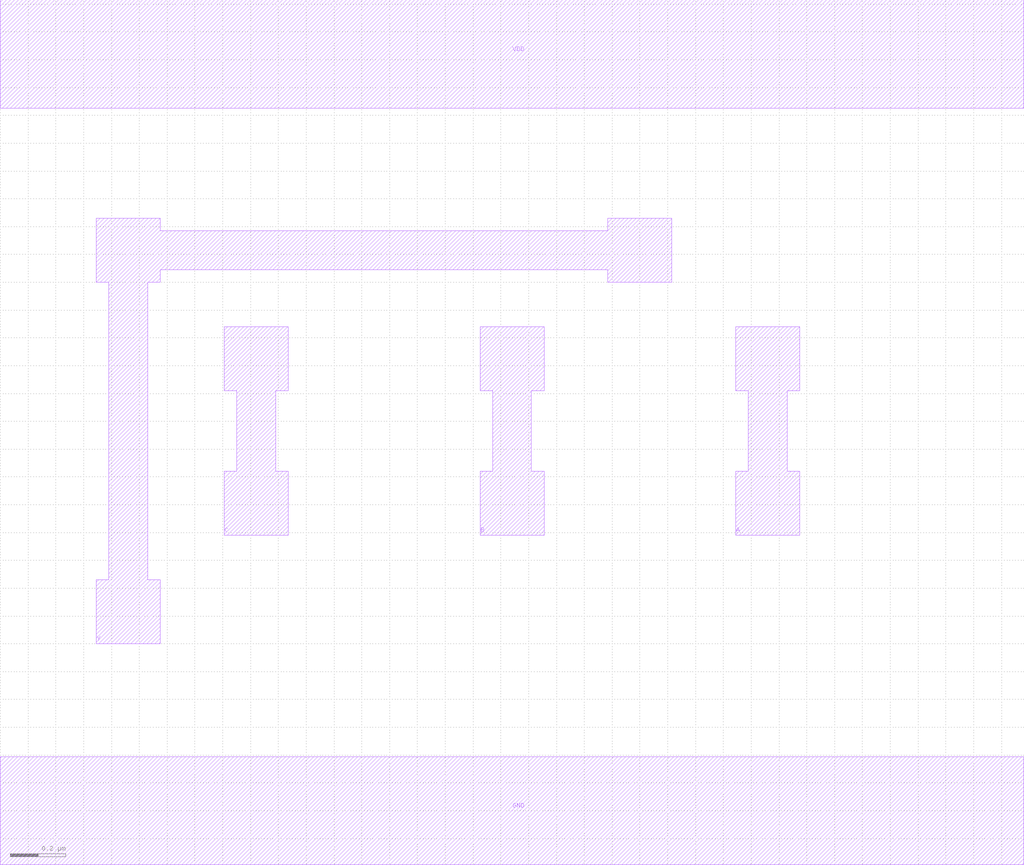
<source format=lef>
MACRO NAND3X1
 CLASS CORE ;
 ORIGIN 0 0 ;
 FOREIGN NAND3X1 0 0 ;
 SITE CORE ;
 SYMMETRY X Y R90 ;
  PIN VDD
   DIRECTION INOUT ;
   USE SIGNAL ;
   SHAPE ABUTMENT ;
    PORT
     CLASS CORE ;
       LAYER metal2 ;
        RECT 0.00000000 2.52500000 3.68000000 2.91500000 ;
    END
  END VDD

  PIN GND
   DIRECTION INOUT ;
   USE SIGNAL ;
   SHAPE ABUTMENT ;
    PORT
     CLASS CORE ;
       LAYER metal2 ;
        RECT 0.00000000 -0.19500000 3.68000000 0.19500000 ;
    END
  END GND

  PIN Y
   DIRECTION INOUT ;
   USE SIGNAL ;
   SHAPE ABUTMENT ;
    PORT
     CLASS CORE ;
       LAYER metal2 ;
        POLYGON 0.34500000 0.60000000 0.34500000 0.83000000 0.39000000 0.83000000 0.39000000 1.90000000 0.34500000 1.90000000 0.34500000 2.13000000 0.57500000 2.13000000 0.57500000 2.08500000 2.18500000 2.08500000 2.18500000 2.13000000 2.41500000 2.13000000 2.41500000 1.90000000 2.18500000 1.90000000 2.18500000 1.94500000 0.57500000 1.94500000 0.57500000 1.90000000 0.53000000 1.90000000 0.53000000 0.83000000 0.57500000 0.83000000 0.57500000 0.60000000 ;
    END
  END Y

  PIN A
   DIRECTION INOUT ;
   USE SIGNAL ;
   SHAPE ABUTMENT ;
    PORT
     CLASS CORE ;
       LAYER metal2 ;
        POLYGON 2.64500000 0.99000000 2.64500000 1.22000000 2.69000000 1.22000000 2.69000000 1.51000000 2.64500000 1.51000000 2.64500000 1.74000000 2.87500000 1.74000000 2.87500000 1.51000000 2.83000000 1.51000000 2.83000000 1.22000000 2.87500000 1.22000000 2.87500000 0.99000000 ;
    END
  END A

  PIN B
   DIRECTION INOUT ;
   USE SIGNAL ;
   SHAPE ABUTMENT ;
    PORT
     CLASS CORE ;
       LAYER metal2 ;
        POLYGON 1.72500000 0.99000000 1.72500000 1.22000000 1.77000000 1.22000000 1.77000000 1.51000000 1.72500000 1.51000000 1.72500000 1.74000000 1.95500000 1.74000000 1.95500000 1.51000000 1.91000000 1.51000000 1.91000000 1.22000000 1.95500000 1.22000000 1.95500000 0.99000000 ;
    END
  END B

  PIN C
   DIRECTION INOUT ;
   USE SIGNAL ;
   SHAPE ABUTMENT ;
    PORT
     CLASS CORE ;
       LAYER metal2 ;
        POLYGON 0.80500000 0.99000000 0.80500000 1.22000000 0.85000000 1.22000000 0.85000000 1.51000000 0.80500000 1.51000000 0.80500000 1.74000000 1.03500000 1.74000000 1.03500000 1.51000000 0.99000000 1.51000000 0.99000000 1.22000000 1.03500000 1.22000000 1.03500000 0.99000000 ;
    END
  END C


END NAND3X1

</source>
